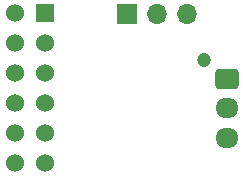
<source format=gbr>
%TF.GenerationSoftware,KiCad,Pcbnew,8.0.3*%
%TF.CreationDate,2024-07-01T13:17:50-05:00*%
%TF.ProjectId,Cartpole_ADC_interface,43617274-706f-46c6-955f-4144435f696e,rev?*%
%TF.SameCoordinates,Original*%
%TF.FileFunction,Soldermask,Bot*%
%TF.FilePolarity,Negative*%
%FSLAX46Y46*%
G04 Gerber Fmt 4.6, Leading zero omitted, Abs format (unit mm)*
G04 Created by KiCad (PCBNEW 8.0.3) date 2024-07-01 13:17:50*
%MOMM*%
%LPD*%
G01*
G04 APERTURE LIST*
G04 Aperture macros list*
%AMRoundRect*
0 Rectangle with rounded corners*
0 $1 Rounding radius*
0 $2 $3 $4 $5 $6 $7 $8 $9 X,Y pos of 4 corners*
0 Add a 4 corners polygon primitive as box body*
4,1,4,$2,$3,$4,$5,$6,$7,$8,$9,$2,$3,0*
0 Add four circle primitives for the rounded corners*
1,1,$1+$1,$2,$3*
1,1,$1+$1,$4,$5*
1,1,$1+$1,$6,$7*
1,1,$1+$1,$8,$9*
0 Add four rect primitives between the rounded corners*
20,1,$1+$1,$2,$3,$4,$5,0*
20,1,$1+$1,$4,$5,$6,$7,0*
20,1,$1+$1,$6,$7,$8,$9,0*
20,1,$1+$1,$8,$9,$2,$3,0*%
G04 Aperture macros list end*
%ADD10R,1.700000X1.700000*%
%ADD11O,1.700000X1.700000*%
%ADD12R,1.524000X1.524000*%
%ADD13C,1.524000*%
%ADD14C,1.200000*%
%ADD15RoundRect,0.250000X-0.725000X0.600000X-0.725000X-0.600000X0.725000X-0.600000X0.725000X0.600000X0*%
%ADD16O,1.950000X1.700000*%
G04 APERTURE END LIST*
D10*
%TO.C,J2*%
X100000000Y-90000000D03*
D11*
X102540000Y-90000000D03*
X105080000Y-90000000D03*
%TD*%
D12*
%TO.C,JA1*%
X93040000Y-89920000D03*
D13*
X93040000Y-92460000D03*
X93040000Y-95000000D03*
X93040000Y-97540000D03*
X93040000Y-100080000D03*
X93040000Y-102620000D03*
X90500000Y-89920000D03*
X90500000Y-92460000D03*
X90500000Y-95000000D03*
X90500000Y-97540000D03*
X90500000Y-100080000D03*
X90500000Y-102620000D03*
%TD*%
D14*
%TO.C,J1*%
X106500000Y-93900000D03*
D15*
X108500000Y-95500000D03*
D16*
X108500000Y-98000000D03*
X108500000Y-100500000D03*
%TD*%
M02*

</source>
